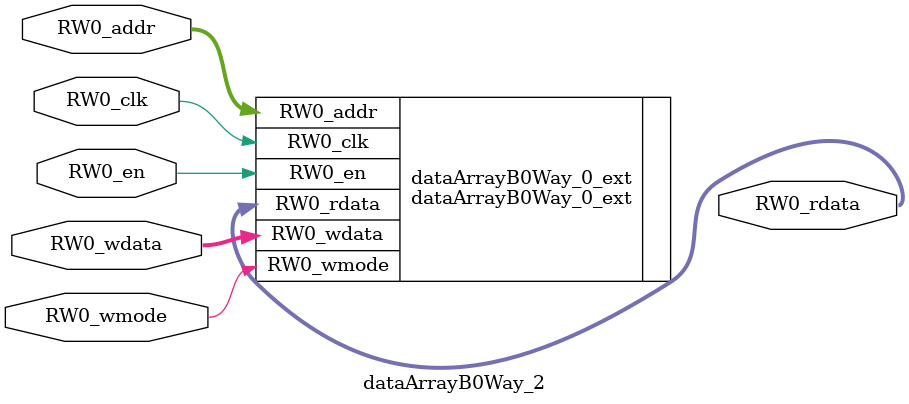
<source format=sv>
`ifndef RANDOMIZE
  `ifdef RANDOMIZE_MEM_INIT
    `define RANDOMIZE
  `endif // RANDOMIZE_MEM_INIT
`endif // not def RANDOMIZE
`ifndef RANDOMIZE
  `ifdef RANDOMIZE_REG_INIT
    `define RANDOMIZE
  `endif // RANDOMIZE_REG_INIT
`endif // not def RANDOMIZE

`ifndef RANDOM
  `define RANDOM $random
`endif // not def RANDOM

// Users can define INIT_RANDOM as general code that gets injected into the
// initializer block for modules with registers.
`ifndef INIT_RANDOM
  `define INIT_RANDOM
`endif // not def INIT_RANDOM

// If using random initialization, you can also define RANDOMIZE_DELAY to
// customize the delay used, otherwise 0.002 is used.
`ifndef RANDOMIZE_DELAY
  `define RANDOMIZE_DELAY 0.002
`endif // not def RANDOMIZE_DELAY

// Define INIT_RANDOM_PROLOG_ for use in our modules below.
`ifndef INIT_RANDOM_PROLOG_
  `ifdef RANDOMIZE
    `ifdef VERILATOR
      `define INIT_RANDOM_PROLOG_ `INIT_RANDOM
    `else  // VERILATOR
      `define INIT_RANDOM_PROLOG_ `INIT_RANDOM #`RANDOMIZE_DELAY begin end
    `endif // VERILATOR
  `else  // RANDOMIZE
    `define INIT_RANDOM_PROLOG_
  `endif // RANDOMIZE
`endif // not def INIT_RANDOM_PROLOG_

// Include register initializers in init blocks unless synthesis is set
`ifndef SYNTHESIS
  `ifndef ENABLE_INITIAL_REG_
    `define ENABLE_INITIAL_REG_
  `endif // not def ENABLE_INITIAL_REG_
`endif // not def SYNTHESIS

// Include rmemory initializers in init blocks unless synthesis is set
`ifndef SYNTHESIS
  `ifndef ENABLE_INITIAL_MEM_
    `define ENABLE_INITIAL_MEM_
  `endif // not def ENABLE_INITIAL_MEM_
`endif // not def SYNTHESIS

// Standard header to adapt well known macros for prints and assertions.

// Users can define 'PRINTF_COND' to add an extra gate to prints.
`ifndef PRINTF_COND_
  `ifdef PRINTF_COND
    `define PRINTF_COND_ (`PRINTF_COND)
  `else  // PRINTF_COND
    `define PRINTF_COND_ 1
  `endif // PRINTF_COND
`endif // not def PRINTF_COND_

// Users can define 'ASSERT_VERBOSE_COND' to add an extra gate to assert error printing.
`ifndef ASSERT_VERBOSE_COND_
  `ifdef ASSERT_VERBOSE_COND
    `define ASSERT_VERBOSE_COND_ (`ASSERT_VERBOSE_COND)
  `else  // ASSERT_VERBOSE_COND
    `define ASSERT_VERBOSE_COND_ 1
  `endif // ASSERT_VERBOSE_COND
`endif // not def ASSERT_VERBOSE_COND_

// Users can define 'STOP_COND' to add an extra gate to stop conditions.
`ifndef STOP_COND_
  `ifdef STOP_COND
    `define STOP_COND_ (`STOP_COND)
  `else  // STOP_COND
    `define STOP_COND_ 1
  `endif // STOP_COND
`endif // not def STOP_COND_

module dataArrayB0Way_2(	// @[generators/rocket-chip/src/main/scala/util/DescribedSRAM.scala:17:26]
  input  [7:0]  RW0_addr,
  input         RW0_en,
                RW0_clk,
                RW0_wmode,
  input  [63:0] RW0_wdata,
  output [63:0] RW0_rdata
);

  dataArrayB0Way_0_ext dataArrayB0Way_0_ext (	// @[generators/rocket-chip/src/main/scala/util/DescribedSRAM.scala:17:26]
    .RW0_addr  (RW0_addr),
    .RW0_en    (RW0_en),
    .RW0_clk   (RW0_clk),
    .RW0_wmode (RW0_wmode),
    .RW0_wdata (RW0_wdata),
    .RW0_rdata (RW0_rdata)
  );
endmodule


</source>
